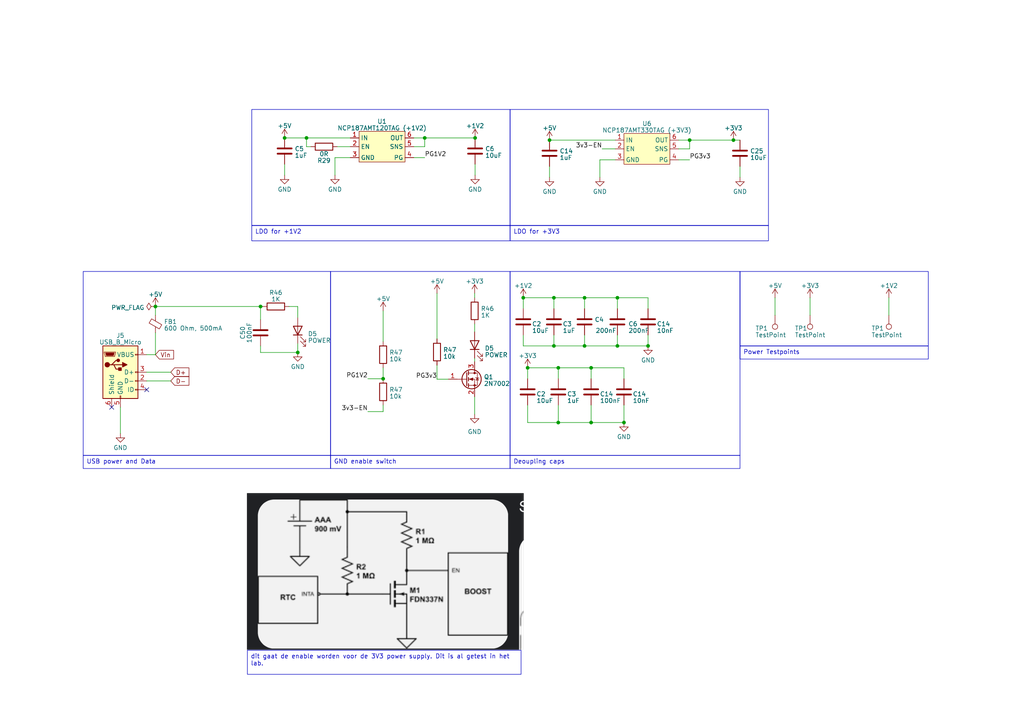
<source format=kicad_sch>
(kicad_sch (version 20230121) (generator eeschema)
  (paper "A4")
  (title_block (title "UFO FPGA") (date "2023-04-25") (rev "V0.5") (company "Universal-Field-Objects"))
  (lib_symbols
    (symbol "Connector:TestPoint" (pin_numbers hide) (pin_names (offset 0.762) hide)
      (property "Reference" "TP" (at 0 6.858 0))
      (property "Value" "TestPoint" (at 0 5.08 0))
      (symbol "TestPoint_0_1"
        (circle (center 0 3.302) (radius 0.762))
      )
      (symbol "TestPoint_1_1"
        (pin passive line (at 0 0 90) (length 2.54) (name "1") (number "1"))
      )
    )
    (symbol "Connector:USB_B_Micro" (pin_names (offset 1.016))
      (property "Reference" "J" (at -5.08 11.43 0))
      (property "Value" "USB_B_Micro" (at -5.08 8.89 0))
      (symbol "USB_B_Micro_0_1"
        (rectangle (start -5.08 -7.62) (end 5.08 7.62) (stroke (width 0.254)) (fill (type background)))
        (circle (center -3.81 2.159) (radius 0.635) (stroke (width 0.254)) (fill (type outline)))
        (circle (center -0.635 3.429) (radius 0.381) (stroke (width 0.254)) (fill (type outline)))
        (rectangle (start -0.127 -7.62) (end 0.127 -6.858))
        (polyline (pts (xy -1.905 2.159) (xy 0.635 2.159)) (stroke (width 0.254)))
        (polyline (pts (xy -3.175 2.159) (xy -2.54 2.159) (xy -1.27 3.429) (xy -0.635 3.429)) (stroke (width 0.254)))
        (polyline (pts (xy -2.54 2.159) (xy -1.905 2.159) (xy -1.27 0.889) (xy 0 0.889)) (stroke (width 0.254)))
        (polyline (pts (xy 0.635 2.794) (xy 0.635 1.524) (xy 1.905 2.159) (xy 0.635 2.794)) (stroke (width 0.254)) (fill (type outline)))
        (polyline (pts (xy -4.318 5.588) (xy -1.778 5.588) (xy -2.032 4.826) (xy -4.064 4.826) (xy -4.318 5.588)) (fill (type outline)))
        (polyline (pts (xy -4.699 5.842) (xy -4.699 5.588) (xy -4.445 4.826) (xy -4.445 4.572) (xy -1.651 4.572) (xy -1.651 4.826) (xy -1.397 5.588) (xy -1.397 5.842) (xy -4.699 5.842)))
        (rectangle (start 0.254 1.27) (end -0.508 0.508) (stroke (width 0.254)) (fill (type outline)))
        (rectangle (start 5.08 -5.207) (end 4.318 -4.953))
        (rectangle (start 5.08 -2.667) (end 4.318 -2.413))
        (rectangle (start 5.08 -0.127) (end 4.318 0.127))
        (rectangle (start 5.08 4.953) (end 4.318 5.207))
      )
      (symbol "USB_B_Micro_1_1"
        (pin power_out line (at 7.62 5.08 180) (length 2.54) (name "VBUS") (number "1"))
        (pin bidirectional line (at 7.62 -2.54 180) (length 2.54) (name "D-") (number "2"))
        (pin bidirectional line (at 7.62 0 180) (length 2.54) (name "D+") (number "3"))
        (pin passive line (at 7.62 -5.08 180) (length 2.54) (name "ID") (number "4"))
        (pin power_out line (at 0 -10.16 90) (length 2.54) (name "GND") (number "5"))
        (pin passive line (at -2.54 -10.16 90) (length 2.54) (name "Shield") (number "6"))
      )
    )
    (symbol "Device:C" (pin_numbers hide) (pin_names (offset 0.254))
      (property "Reference" "C" (at 0.635 2.54 0))
      (property "Value" "C" (at 0.635 -2.54 0))
      (symbol "C_0_1"
        (polyline (pts (xy -2.032 -0.762) (xy 2.032 -0.762)) (stroke (width 0.508)))
        (polyline (pts (xy -2.032 0.762) (xy 2.032 0.762)) (stroke (width 0.508)))
      )
      (symbol "C_1_1"
        (pin passive line (at 0 3.81 270) (length 2.794) (name "~") (number "1"))
        (pin passive line (at 0 -3.81 90) (length 2.794) (name "~") (number "2"))
      )
    )
    (symbol "Device:FerriteBead_Small" (pin_numbers hide) (pin_names (offset 0))
      (property "Reference" "FB" (at 1.905 1.27 0))
      (property "Value" "FerriteBead_Small" (at 1.905 -1.27 0))
      (symbol "FerriteBead_Small_0_1"
        (polyline (pts (xy 0 -1.27) (xy 0 -0.7874)))
        (polyline (pts (xy 0 0.889) (xy 0 1.2954)))
        (polyline (pts (xy -1.8288 0.2794) (xy -1.1176 1.4986) (xy 1.8288 -0.2032) (xy 1.1176 -1.4224) (xy -1.8288 0.2794)))
      )
      (symbol "FerriteBead_Small_1_1"
        (pin passive line (at 0 2.54 270) (length 1.27) (name "~") (number "1"))
        (pin passive line (at 0 -2.54 90) (length 1.27) (name "~") (number "2"))
      )
    )
    (symbol "Device:LED" (pin_numbers hide) (pin_names (offset 1.016) hide)
      (property "Reference" "D" (at 0 2.54 0))
      (property "Value" "LED" (at 0 -2.54 0))
      (symbol "LED_0_1"
        (polyline (pts (xy -1.27 -1.27) (xy -1.27 1.27)) (stroke (width 0.254)))
        (polyline (pts (xy -1.27 0) (xy 1.27 0)))
        (polyline (pts (xy 1.27 -1.27) (xy 1.27 1.27) (xy -1.27 0) (xy 1.27 -1.27)) (stroke (width 0.254)))
        (polyline (pts (xy -3.048 -0.762) (xy -4.572 -2.286) (xy -3.81 -2.286) (xy -4.572 -2.286) (xy -4.572 -1.524)))
        (polyline (pts (xy -1.778 -0.762) (xy -3.302 -2.286) (xy -2.54 -2.286) (xy -3.302 -2.286) (xy -3.302 -1.524)))
      )
      (symbol "LED_1_1"
        (pin passive line (at -3.81 0 0) (length 2.54) (name "K") (number "1"))
        (pin passive line (at 3.81 0 180) (length 2.54) (name "A") (number "2"))
      )
    )
    (symbol "Device:R" (pin_numbers hide) (pin_names (offset 0))
      (property "Reference" "R" (at 2.032 0 90))
      (property "Value" "R" (at 0 0 90))
      (symbol "R_0_1"
        (rectangle (start -1.016 -2.54) (end 1.016 2.54) (stroke (width 0.254)))
      )
      (symbol "R_1_1"
        (pin passive line (at 0 3.81 270) (length 1.27) (name "~") (number "1"))
        (pin passive line (at 0 -3.81 90) (length 1.27) (name "~") (number "2"))
      )
    )
    (symbol "Transistor_FET:2N7002" (pin_names hide)
      (property "Reference" "Q" (at 5.08 1.905 0))
      (property "Value" "2N7002" (at 5.08 0 0))
      (symbol "2N7002_0_1"
        (polyline (pts (xy 0.254 0) (xy -2.54 0)))
        (polyline (pts (xy 0.254 1.905) (xy 0.254 -1.905)) (stroke (width 0.254)))
        (polyline (pts (xy 0.762 -1.27) (xy 0.762 -2.286)) (stroke (width 0.254)))
        (polyline (pts (xy 0.762 0.508) (xy 0.762 -0.508)) (stroke (width 0.254)))
        (polyline (pts (xy 0.762 2.286) (xy 0.762 1.27)) (stroke (width 0.254)))
        (polyline (pts (xy 2.54 2.54) (xy 2.54 1.778)))
        (polyline (pts (xy 2.54 -2.54) (xy 2.54 0) (xy 0.762 0)))
        (polyline (pts (xy 0.762 -1.778) (xy 3.302 -1.778) (xy 3.302 1.778) (xy 0.762 1.778)))
        (polyline (pts (xy 1.016 0) (xy 2.032 0.381) (xy 2.032 -0.381) (xy 1.016 0)) (fill (type outline)))
        (polyline (pts (xy 2.794 0.508) (xy 2.921 0.381) (xy 3.683 0.381) (xy 3.81 0.254)))
        (polyline (pts (xy 3.302 0.381) (xy 2.921 -0.254) (xy 3.683 -0.254) (xy 3.302 0.381)))
        (circle (center 1.651 0) (radius 2.794) (stroke (width 0.254)))
        (circle (center 2.54 -1.778) (radius 0.254) (fill (type outline)))
        (circle (center 2.54 1.778) (radius 0.254) (fill (type outline)))
      )
      (symbol "2N7002_1_1"
        (pin input line (at -5.08 0 0) (length 2.54) (name "G") (number "1"))
        (pin passive line (at 2.54 -5.08 90) (length 2.54) (name "S") (number "2"))
        (pin passive line (at 2.54 5.08 270) (length 2.54) (name "D") (number "3"))
      )
    )
    (symbol "UFO_PARTS:NCP187AMT120TAG (+1V2)"
      (property "Reference" "U" (at 0 0.635 0))
      (property "Value" "NCP187AMT120TAG (+1V2)" (at 0.635 -12.065 0))
      (symbol "NCP187AMT120TAG (+1V2)_0_0"
        (pin power_in line (at -9.525 -3.175 0) (length 2.54) (name "IN") (number "1"))
        (pin output line (at -9.525 -5.715 0) (length 2.54) (name "EN") (number "2"))
        (pin passive line (at -9.525 -8.89 0) (length 2.54) (name "GND") (number "3"))
        (pin output line (at 8.89 -8.89 180) (length 2.54) (name "PG") (number "4"))
        (pin input line (at 8.89 -5.715 180) (length 2.54) (name "SNS") (number "5"))
        (pin power_out line (at 8.89 -3.175 180) (length 2.54) (name "OUT") (number "6"))
      )
      (symbol "NCP187AMT120TAG (+1V2)_1_1"
        (rectangle (start -6.985 -1.27) (end 6.35 -10.16) (fill (type background)))
      )
    )
    (symbol "UFO_PARTS:NCP187AMT330TAG (+3V3)"
      (property "Reference" "U" (at 0 0 0))
      (property "Value" "NCP187AMT330TAG (+3V3)" (at 0 -12.065 0))
      (symbol "NCP187AMT330TAG (+3V3)_0_0"
        (pin power_in line (at -8.89 -3.175 0) (length 2.54) (name "IN") (number "1"))
        (pin output line (at -8.89 -5.715 0) (length 2.54) (name "EN") (number "2"))
        (pin passive line (at -8.89 -8.89 0) (length 2.54) (name "GND") (number "3"))
        (pin output line (at 9.525 -8.89 180) (length 2.54) (name "PG") (number "4"))
        (pin input line (at 9.525 -5.715 180) (length 2.54) (name "SNS") (number "5"))
        (pin power_out line (at 9.525 -3.175 180) (length 2.54) (name "OUT") (number "6"))
      )
      (symbol "NCP187AMT330TAG (+3V3)_1_1"
        (rectangle (start -6.35 -1.27) (end 6.985 -10.16) (fill (type background)))
      )
    )
    (symbol "power:+1V2" (power) (pin_names (offset 0))
      (property "Value" "+1V2" (at 0 3.556 0))
      (symbol "+1V2_0_1"
        (polyline (pts (xy -0.762 1.27) (xy 0 2.54)))
        (polyline (pts (xy 0 0) (xy 0 2.54)))
        (polyline (pts (xy 0 2.54) (xy 0.762 1.27)))
      )
      (symbol "+1V2_1_1"
        (pin power_in line (at 0 0 90) (length 0) hide (name "+1V2") (number "1"))
      )
    )
    (symbol "power:+3V3" (power) (pin_names (offset 0))
      (property "Value" "+3V3" (at 0 3.556 0))
      (symbol "+3V3_0_1"
        (polyline (pts (xy -0.762 1.27) (xy 0 2.54)))
        (polyline (pts (xy 0 0) (xy 0 2.54)))
        (polyline (pts (xy 0 2.54) (xy 0.762 1.27)))
      )
      (symbol "+3V3_1_1"
        (pin power_in line (at 0 0 90) (length 0) hide (name "+3V3") (number "1"))
      )
    )
    (symbol "power:+5V" (power) (pin_names (offset 0))
      (property "Value" "+5V" (at 0 3.556 0))
      (symbol "+5V_0_1"
        (polyline (pts (xy -0.762 1.27) (xy 0 2.54)))
        (polyline (pts (xy 0 0) (xy 0 2.54)))
        (polyline (pts (xy 0 2.54) (xy 0.762 1.27)))
      )
      (symbol "+5V_1_1"
        (pin power_in line (at 0 0 90) (length 0) hide (name "+5V") (number "1"))
      )
    )
    (symbol "power:GND" (power) (pin_names (offset 0))
      (property "Value" "GND" (at 0 -3.81 0))
      (symbol "GND_0_1"
        (polyline (pts (xy 0 0) (xy 0 -1.27) (xy 1.27 -1.27) (xy 0 -2.54) (xy -1.27 -1.27) (xy 0 -1.27)))
      )
      (symbol "GND_1_1"
        (pin power_in line (at 0 0 270) (length 0) hide (name "GND") (number "1"))
      )
    )
    (symbol "power:PWR_FLAG" (power) (pin_numbers hide) (pin_names (offset 0) hide)
      (property "Value" "PWR_FLAG" (at 0 3.81 0))
      (symbol "PWR_FLAG_0_0"
        (pin power_out line (at 0 0 90) (length 0) (name "pwr") (number "1"))
      )
      (symbol "PWR_FLAG_0_1"
        (polyline (pts (xy 0 0) (xy 0 1.27) (xy -1.016 1.905) (xy 0 2.54) (xy 1.016 1.905) (xy 0 1.27)))
      )
    )
  )
  (junction (at 161.925 106.68))
  (junction (at 171.45 106.68))
  (junction (at 169.545 86.36))
  (junction (at 160.655 86.36))
  (junction (at 212.725 40.64))
  (junction (at 159.385 40.64))
  (junction (at 161.925 122.555))
  (junction (at 171.45 122.555))
  (junction (at 200.025 40.64))
  (junction (at 180.975 122.555))
  (junction (at 179.07 100.33))
  (junction (at 45.085 88.9))
  (junction (at 86.36 102.235))
  (junction (at 169.545 100.33))
  (junction (at 187.96 100.33))
  (junction (at 82.55 40.005))
  (junction (at 123.19 40.005))
  (junction (at 179.07 86.36))
  (junction (at 151.765 86.36))
  (junction (at 160.655 100.33))
  (junction (at 137.795 40.005))
  (junction (at 75.565 88.9))
  (junction (at 88.9 40.005))
  (junction (at 111.125 109.855))
  (junction (at 153.035 106.68))
  (no_connect (at 32.385 118.11))
  (no_connect (at 42.545 113.03))
  (wire (pts (xy 178.435 46.355) (xy 173.99 46.355)))
  (wire (pts (xy 45.085 88.9) (xy 75.565 88.9)))
  (wire (pts (xy 159.385 40.64) (xy 178.435 40.64)))
  (wire (pts (xy 151.765 97.155) (xy 151.765 100.33)))
  (wire (pts (xy 75.565 92.71) (xy 75.565 88.9)))
  (wire (pts (xy 160.655 100.33) (xy 169.545 100.33)))
  (wire (pts (xy 101.6 45.72) (xy 97.155 45.72)))
  (wire (pts (xy 169.545 97.155) (xy 169.545 100.33)))
  (wire (pts (xy 151.765 86.36) (xy 151.765 89.535)))
  (wire (pts (xy 75.565 88.9) (xy 76.2 88.9)))
  (wire (pts (xy 151.765 86.36) (xy 160.655 86.36)))
  (wire (pts (xy 42.545 110.49) (xy 49.53 110.49)))
  (wire (pts (xy 153.035 122.555) (xy 161.925 122.555)))
  (wire (pts (xy 88.9 40.005) (xy 101.6 40.005)))
  (wire (pts (xy 174.625 43.18) (xy 178.435 43.18)))
  (wire (pts (xy 179.07 97.155) (xy 179.07 100.33)))
  (wire (pts (xy 179.07 86.36) (xy 179.07 89.535)))
  (wire (pts (xy 86.36 88.9) (xy 86.36 92.075)))
  (wire (pts (xy 196.85 46.355) (xy 200.025 46.355)))
  (wire (pts (xy 153.035 106.68) (xy 161.925 106.68)))
  (wire (pts (xy 137.668 85.09) (xy 137.668 86.36)))
  (wire (pts (xy 179.07 100.33) (xy 187.96 100.33)))
  (wire (pts (xy 180.975 106.68) (xy 180.975 109.855)))
  (wire (pts (xy 171.45 106.68) (xy 180.975 106.68)))
  (wire (pts (xy 88.9 42.545) (xy 88.9 40.005)))
  (wire (pts (xy 224.79 86.36) (xy 224.79 91.44)))
  (wire (pts (xy 257.81 86.36) (xy 257.81 91.44)))
  (wire (pts (xy 153.035 117.475) (xy 153.035 122.555)))
  (wire (pts (xy 180.975 122.555) (xy 180.975 117.475)))
  (wire (pts (xy 169.545 86.36) (xy 169.545 89.535)))
  (wire (pts (xy 111.125 99.06) (xy 111.125 90.17)))
  (wire (pts (xy 161.925 122.555) (xy 171.45 122.555)))
  (wire (pts (xy 82.55 40.005) (xy 88.9 40.005)))
  (wire (pts (xy 120.015 40.005) (xy 123.19 40.005)))
  (wire (pts (xy 123.19 40.005) (xy 137.795 40.005)))
  (wire (pts (xy 160.655 97.155) (xy 160.655 100.33)))
  (wire (pts (xy 45.085 91.44) (xy 45.085 88.9)))
  (wire (pts (xy 200.025 40.64) (xy 212.725 40.64)))
  (wire (pts (xy 137.795 47.625) (xy 137.795 50.8)))
  (wire (pts (xy 111.125 117.475) (xy 111.125 119.38)))
  (wire (pts (xy 75.565 100.33) (xy 75.565 102.235)))
  (wire (pts (xy 151.765 100.33) (xy 160.655 100.33)))
  (wire (pts (xy 187.96 100.33) (xy 187.96 97.155)))
  (wire (pts (xy 212.725 40.64) (xy 214.63 40.64)))
  (wire (pts (xy 160.655 86.36) (xy 169.545 86.36)))
  (wire (pts (xy 126.746 105.918) (xy 126.746 109.982)))
  (wire (pts (xy 106.68 109.855) (xy 111.125 109.855)))
  (wire (pts (xy 120.015 45.72) (xy 123.19 45.72)))
  (wire (pts (xy 160.655 86.36) (xy 160.655 89.535)))
  (wire (pts (xy 196.85 40.64) (xy 200.025 40.64)))
  (wire (pts (xy 82.55 47.625) (xy 82.55 50.8)))
  (wire (pts (xy 171.45 117.475) (xy 171.45 122.555)))
  (wire (pts (xy 161.925 106.68) (xy 161.925 109.855)))
  (wire (pts (xy 137.668 115.062) (xy 137.668 120.142)))
  (wire (pts (xy 234.95 86.36) (xy 234.95 91.44)))
  (wire (pts (xy 75.565 102.235) (xy 86.36 102.235)))
  (wire (pts (xy 196.85 43.18) (xy 200.025 43.18)))
  (wire (pts (xy 126.746 109.982) (xy 130.048 109.982)))
  (wire (pts (xy 126.746 85.09) (xy 126.746 98.298)))
  (wire (pts (xy 34.925 118.11) (xy 34.925 125.73)))
  (wire (pts (xy 42.545 102.87) (xy 45.085 102.87)))
  (wire (pts (xy 86.36 99.695) (xy 86.36 102.235)))
  (wire (pts (xy 42.545 107.95) (xy 49.53 107.95)))
  (wire (pts (xy 120.015 42.545) (xy 123.19 42.545)))
  (wire (pts (xy 169.545 86.36) (xy 179.07 86.36)))
  (wire (pts (xy 83.82 88.9) (xy 86.36 88.9)))
  (wire (pts (xy 137.668 93.98) (xy 137.668 96.266)))
  (wire (pts (xy 214.63 48.26) (xy 214.63 51.435)))
  (wire (pts (xy 173.99 46.355) (xy 173.99 51.435)))
  (wire (pts (xy 111.125 109.855) (xy 111.125 106.68)))
  (wire (pts (xy 90.17 42.545) (xy 88.9 42.545)))
  (wire (pts (xy 171.45 122.555) (xy 180.975 122.555)))
  (wire (pts (xy 153.035 109.855) (xy 153.035 106.68)))
  (wire (pts (xy 97.155 45.72) (xy 97.155 50.8)))
  (wire (pts (xy 169.545 100.33) (xy 179.07 100.33)))
  (wire (pts (xy 161.925 117.475) (xy 161.925 122.555)))
  (wire (pts (xy 137.668 103.886) (xy 137.668 104.902)))
  (wire (pts (xy 159.385 48.26) (xy 159.385 51.435)))
  (wire (pts (xy 123.19 42.545) (xy 123.19 40.005)))
  (wire (pts (xy 179.07 86.36) (xy 187.96 86.36)))
  (wire (pts (xy 171.45 106.68) (xy 171.45 109.855)))
  (wire (pts (xy 111.125 119.38) (xy 106.68 119.38)))
  (wire (pts (xy 161.925 106.68) (xy 171.45 106.68)))
  (wire (pts (xy 97.79 42.545) (xy 101.6 42.545)))
  (wire (pts (xy 200.025 43.18) (xy 200.025 40.64)))
  (wire (pts (xy 187.96 86.36) (xy 187.96 89.535)))
  (wire (pts (xy 45.085 96.52) (xy 45.085 102.87)))
  (rectangle (start 147.955 31.75) (end 222.885 65.405))
  (rectangle (start 147.955 78.74) (end 214.63 132.08))
  (rectangle (start 24.13 78.74) (end 95.885 132.08))
  (rectangle (start 95.885 78.74) (end 147.955 132.08))
  (rectangle (start 214.63 78.74) (end 269.24 100.33))
  (rectangle (start 73.025 31.75) (end 147.955 65.405))
  (image (at 111.76 165.735) (scale 0.81043))
  (text_box "LDO for +3V3" (at 147.955 65.405 0) (size 74.93 4.445) (effects (font (size 1.27 1.27)) (justify left top)))
  (text_box "Deoupling caps" (at 147.955 132.08 0) (size 66.675 3.81) (effects (font (size 1.27 1.27)) (justify left top)))
  (text_box "USB power and Data" (at 24.13 132.08 0) (size 71.755 3.81) (effects (font (size 1.27 1.27)) (justify left top)))
  (text_box "LDO for +1V2 " (at 73.025 65.405 0) (size 74.93 4.445) (effects (font (size 1.27 1.27)) (justify left top)))
  (text_box "dit gaat de enable worden voor de 3V3 power supply. Dit is al getest in het lab." (at 71.755 188.595 0) (size 79.375 6.985) (effects (font (size 1.27 1.27)) (justify left top)))
  (text_box "GND enable switch" (at 95.885 132.08 0) (size 52.07 3.81) (effects (font (size 1.27 1.27)) (justify left top)))
  (text_box "Power Testpoints" (at 214.63 100.33 0) (size 54.61 3.81) (effects (font (size 1.27 1.27)) (justify left top)))
  (label "PG1V2" (at 123.19 45.72 0))
  (label "3v3-EN" (at 174.625 43.18 180))
  (label "PG3v3" (at 200.025 46.355 0))
  (label "PG1V2" (at 106.68 109.855 180))
  (label "PG3v3" (at 126.746 109.982 180))
  (label "3v3-EN" (at 106.68 119.38 180))
  (global_label "D+" (shape input) (at 49.53 107.95 0) (property "Intersheetrefs" "${INTERSHEET_REFS}" (effects hide)))
  (global_label "Vin" (shape input) (at 45.085 102.87 0) (property "Intersheetrefs" "${INTERSHEET_REFS}" (effects hide)))
  (global_label "D-" (shape input) (at 49.53 110.49 0) (property "Intersheetrefs" "${INTERSHEET_REFS}" (effects hide)))
  (symbol (lib_id "Transistor_FET:2N7002") (at 135.128 109.982 0) (unit 1)
    (property "Reference" "Q1" (at 140.335 109.3383 0) (effects (justify left)))
    (property "Value" "2N7002" (at 140.335 111.2593 0) (effects (justify left)))
    (property "Footprint" "Package_TO_SOT_SMD:SOT-23" (effects hide))
    (property "Datasheet" "https://www.onsemi.com/pub/Collateral/NDS7002A-D.PDF" (effects hide))
  )
  (symbol (lib_id "power:+5V") (at 82.55 40.005 0) (unit 1)
    (property "Reference" "#PWR032" (effects hide))
    (property "Value" "+5V" (at 82.55 36.5031 0))
  )
  (symbol (lib_id "power:+1V2") (at 257.81 86.36 0) (unit 1)
    (property "Reference" "#PWR032" (effects hide))
    (property "Value" "+1V2" (at 257.81 82.8581 0))
  )
  (symbol (lib_id "power:GND") (at 159.385 51.435 0) (unit 1)
    (property "Reference" "#PWR041" (effects hide))
    (property "Value" "GND" (at 159.385 55.5705 0))
  )
  (symbol (lib_id "Device:LED") (at 137.668 100.076 90) (unit 1)
    (property "Reference" "D5" (at 140.589 101.0198 90) (effects (justify right)))
    (property "Value" "POWER" (at 140.589 102.9408 90) (effects (justify right)))
    (property "Footprint" "LED_SMD:LED_0805_2012Metric_Pad1.15x1.40mm_HandSolder" (effects hide))
  )
  (symbol (lib_id "Device:C") (at 179.07 93.345 0) (unit 1)
    (property "Reference" "C6" (at 182.245 93.964 0) (effects (justify left)))
    (property "Value" "200nF" (at 182.245 95.885 0) (effects (justify left)))
    (property "Footprint" "Capacitor_SMD:C_0805_2012Metric_Pad1.18x1.45mm_HandSolder" (effects hide))
  )
  (symbol (lib_id "Device:C") (at 137.795 43.815 0) (unit 1)
    (property "Reference" "C6" (at 140.716 43.1713 0) (effects (justify left)))
    (property "Value" "10uF" (at 140.716 45.0923 0) (effects (justify left)))
    (property "Footprint" "Capacitor_SMD:C_0805_2012Metric_Pad1.18x1.45mm_HandSolder" (effects hide))
  )
  (symbol (lib_id "UFO_PARTS:NCP187AMT330TAG (+3V3)") (at 187.325 37.465 0) (unit 1)
    (property "Reference" "U6" (at 187.6425 35.8521 0))
    (property "Value" "NCP187AMT330TAG (+3V3)" (at 187.6425 37.7731 0))
    (property "Footprint" "Package_DFN_QFN:DFN-6-1EP_2x2mm_P0.65mm_EP1x1.6mm" (effects hide))
  )
  (symbol (lib_id "power:GND") (at 34.925 125.73 0) (unit 1)
    (property "Reference" "#PWR063" (effects hide))
    (property "Value" "GND" (at 34.925 129.8655 0))
  )
  (symbol (lib_id "power:+5V") (at 111.125 90.17 0) (unit 1)
    (property "Reference" "#PWR070" (effects hide))
    (property "Value" "+5V" (at 111.125 86.6681 0))
  )
  (symbol (lib_id "Device:C") (at 159.385 44.45 0) (unit 1)
    (property "Reference" "C14" (at 162.306 43.8063 0) (effects (justify left)))
    (property "Value" "1uF" (at 162.306 45.7273 0) (effects (justify left)))
    (property "Footprint" "Capacitor_SMD:C_0805_2012Metric_Pad1.18x1.45mm_HandSolder" (effects hide))
  )
  (symbol (lib_id "power:+3V3") (at 212.725 40.64 0) (unit 1)
    (property "Reference" "#PWR048" (effects hide))
    (property "Value" "+3V3" (at 212.725 37.1381 0))
  )
  (symbol (lib_id "Connector:TestPoint") (at 234.95 91.44 180) (unit 1)
    (property "Reference" "TP1" (at 230.505 95.234 0) (effects (justify right)))
    (property "Value" "TestPoint" (at 230.505 97.155 0) (effects (justify right)))
    (property "Footprint" "TestPoint:TestPoint_Pad_1.0x1.0mm" (effects hide))
  )
  (symbol (lib_id "power:+5V") (at 126.746 85.09 0) (unit 1)
    (property "Reference" "#PWR070" (effects hide))
    (property "Value" "+5V" (at 126.746 81.5881 0))
  )
  (symbol (lib_id "Device:R") (at 111.125 113.665 180) (unit 1)
    (property "Reference" "R47" (at 112.903 113.0213 0) (effects (justify right)))
    (property "Value" "10k" (at 112.903 114.9423 0) (effects (justify right)))
    (property "Footprint" "Resistor_SMD:R_0805_2012Metric_Pad1.20x1.40mm_HandSolder" (effects hide))
  )
  (symbol (lib_id "power:+3V3") (at 137.668 85.09 0) (unit 1)
    (property "Reference" "#PWR054" (effects hide))
    (property "Value" "+3V3" (at 137.668 81.5881 0))
  )
  (symbol (lib_id "power:GND") (at 137.668 120.142 0) (mirror y) (unit 1)
    (property "Reference" "#PWR069" (effects hide))
    (property "Value" "GND" (at 137.668 125.222 0))
  )
  (symbol (lib_id "Connector:TestPoint") (at 257.81 91.44 180) (unit 1)
    (property "Reference" "TP1" (at 252.73 95.234 0) (effects (justify right)))
    (property "Value" "TestPoint" (at 252.73 97.155 0) (effects (justify right)))
    (property "Footprint" "TestPoint:TestPoint_Pad_1.0x1.0mm" (effects hide))
  )
  (symbol (lib_id "Device:FerriteBead_Small") (at 45.085 93.98 0) (unit 1)
    (property "Reference" "FB1" (at 47.5488 93.2982 0) (effects (justify left)))
    (property "Value" "600 Ohm, 500mA" (at 47.5488 95.2192 0) (effects (justify left)))
    (property "Footprint" "Inductor_SMD:L_1206_3216Metric_Pad1.22x1.90mm_HandSolder" (effects hide))
  )
  (symbol (lib_id "power:GND") (at 82.55 50.8 0) (unit 1)
    (property "Reference" "#PWR034" (effects hide))
    (property "Value" "GND" (at 82.55 54.9355 0))
  )
  (symbol (lib_id "Device:C") (at 151.765 93.345 0) (unit 1)
    (property "Reference" "C2" (at 154.305 93.964 0) (effects (justify left)))
    (property "Value" "10uF" (at 154.305 95.885 0) (effects (justify left)))
    (property "Footprint" "Capacitor_SMD:C_0805_2012Metric_Pad1.18x1.45mm_HandSolder" (effects hide))
  )
  (symbol (lib_id "Device:C") (at 180.975 113.665 0) (unit 1)
    (property "Reference" "C14" (at 183.515 114.284 0) (effects (justify left)))
    (property "Value" "10nF" (at 183.515 116.205 0) (effects (justify left)))
    (property "Footprint" "Capacitor_SMD:C_0603_1608Metric_Pad1.08x0.95mm_HandSolder" (effects hide))
  )
  (symbol (lib_id "power:+3V3") (at 234.95 86.36 0) (unit 1)
    (property "Reference" "#PWR033" (effects hide))
    (property "Value" "+3V3" (at 234.95 82.8581 0))
  )
  (symbol (lib_id "Device:C") (at 153.035 113.665 0) (unit 1)
    (property "Reference" "C2" (at 155.575 114.284 0) (effects (justify left)))
    (property "Value" "10uF" (at 155.575 116.205 0) (effects (justify left)))
    (property "Footprint" "Capacitor_SMD:C_0805_2012Metric_Pad1.18x1.45mm_HandSolder" (effects hide))
  )
  (symbol (lib_id "power:+3V3") (at 153.035 106.68 0) (unit 1)
    (property "Reference" "#PWR047" (effects hide))
    (property "Value" "+3V3" (at 153.035 103.1781 0))
  )
  (symbol (lib_id "Device:C") (at 82.55 43.815 0) (unit 1)
    (property "Reference" "C5" (at 85.471 43.1713 0) (effects (justify left)))
    (property "Value" "1uF" (at 85.471 45.0923 0) (effects (justify left)))
    (property "Footprint" "Capacitor_SMD:C_0805_2012Metric_Pad1.18x1.45mm_HandSolder" (effects hide))
  )
  (symbol (lib_id "Connector:USB_B_Micro") (at 34.925 107.95 0) (unit 1)
    (property "Reference" "J5" (at 34.925 97.3201 0))
    (property "Value" "USB_B_Micro" (at 34.925 99.2411 0))
    (property "Footprint" "Connector_USB:USB_Micro-B_GCT_USB3076-30-A" (effects hide))
  )
  (symbol (lib_id "Device:C") (at 75.565 96.52 0) (mirror y) (unit 1)
    (property "Reference" "C50" (at 70.3961 96.52 90))
    (property "Value" "100nF" (at 72.3171 96.52 90))
    (property "Footprint" "Capacitor_SMD:C_0603_1608Metric_Pad1.08x0.95mm_HandSolder" (effects hide))
  )
  (symbol (lib_id "power:GND") (at 187.96 100.33 0) (unit 1)
    (property "Reference" "#PWR05" (effects hide))
    (property "Value" "GND" (at 187.96 104.4655 0))
  )
  (symbol (lib_id "Device:R") (at 111.125 102.87 180) (unit 1)
    (property "Reference" "R47" (at 112.903 102.2263 0) (effects (justify right)))
    (property "Value" "10k" (at 112.903 104.1473 0) (effects (justify right)))
    (property "Footprint" "Resistor_SMD:R_0805_2012Metric_Pad1.20x1.40mm_HandSolder" (effects hide))
  )
  (symbol (lib_id "Device:R") (at 80.01 88.9 90) (unit 1)
    (property "Reference" "R46" (at 80.01 84.8741 90))
    (property "Value" "1K" (at 80.01 86.7951 90))
    (property "Footprint" "Resistor_SMD:R_0805_2012Metric_Pad1.20x1.40mm_HandSolder" (effects hide))
  )
  (symbol (lib_id "power:GND") (at 214.63 51.435 0) (unit 1)
    (property "Reference" "#PWR044" (effects hide))
    (property "Value" "GND" (at 214.63 55.5705 0))
  )
  (symbol (lib_id "Connector:TestPoint") (at 224.79 91.44 180) (unit 1)
    (property "Reference" "TP1" (at 219.075 95.234 0) (effects (justify right)))
    (property "Value" "TestPoint" (at 219.075 97.155 0) (effects (justify right)))
    (property "Footprint" "TestPoint:TestPoint_Pad_1.0x1.0mm" (effects hide))
  )
  (symbol (lib_id "power:PWR_FLAG") (at 45.085 88.9 90) (unit 1)
    (property "Reference" "#FLG04" (effects hide))
    (property "Value" "PWR_FLAG" (at 41.9101 89.2168 90) (effects (justify left)))
  )
  (symbol (lib_id "Device:LED") (at 86.36 95.885 90) (unit 1)
    (property "Reference" "D5" (at 89.281 96.8288 90) (effects (justify right)))
    (property "Value" "POWER" (at 89.281 98.7498 90) (effects (justify right)))
    (property "Footprint" "LED_SMD:LED_0805_2012Metric_Pad1.15x1.40mm_HandSolder" (effects hide))
  )
  (symbol (lib_id "power:GND") (at 180.975 122.555 0) (unit 1)
    (property "Reference" "#PWR05" (effects hide))
    (property "Value" "GND" (at 180.975 126.6905 0))
  )
  (symbol (lib_id "Device:C") (at 169.545 93.345 0) (unit 1)
    (property "Reference" "C4" (at 172.466 92.7013 0) (effects (justify left)))
    (property "Value" "200nF" (at 172.72 95.885 0) (effects (justify left)))
    (property "Footprint" "Capacitor_SMD:C_0805_2012Metric_Pad1.18x1.45mm_HandSolder" (effects hide))
  )
  (symbol (lib_id "power:+1V2") (at 137.795 40.005 0) (unit 1)
    (property "Reference" "#PWR049" (effects hide))
    (property "Value" "+1V2" (at 137.795 36.5031 0))
  )
  (symbol (lib_id "Device:C") (at 187.96 93.345 0) (unit 1)
    (property "Reference" "C14" (at 190.5 93.964 0) (effects (justify left)))
    (property "Value" "10nF" (at 190.5 95.885 0) (effects (justify left)))
    (property "Footprint" "Capacitor_SMD:C_0805_2012Metric_Pad1.18x1.45mm_HandSolder" (effects hide))
  )
  (symbol (lib_id "Device:R") (at 93.98 42.545 270) (mirror x) (unit 1)
    (property "Reference" "R29" (at 93.98 46.5709 90))
    (property "Value" "0R" (at 93.98 44.6499 90))
    (property "Footprint" "Resistor_SMD:R_0805_2012Metric_Pad1.20x1.40mm_HandSolder" (effects hide))
  )
  (symbol (lib_id "Device:C") (at 171.45 113.665 0) (unit 1)
    (property "Reference" "C14" (at 173.99 114.284 0) (effects (justify left)))
    (property "Value" "100nF" (at 173.99 116.205 0) (effects (justify left)))
    (property "Footprint" "Capacitor_SMD:C_0603_1608Metric_Pad1.08x0.95mm_HandSolder" (effects hide))
  )
  (symbol (lib_id "power:GND") (at 173.99 51.435 0) (unit 1)
    (property "Reference" "#PWR043" (effects hide))
    (property "Value" "GND" (at 173.99 55.5705 0))
  )
  (symbol (lib_id "power:+5V") (at 159.385 40.64 0) (unit 1)
    (property "Reference" "#PWR038" (effects hide))
    (property "Value" "+5V" (at 159.385 37.1381 0))
  )
  (symbol (lib_id "Device:R") (at 137.668 90.17 0) (unit 1)
    (property "Reference" "R46" (at 139.446 89.5263 0) (effects (justify left)))
    (property "Value" "1K" (at 139.446 91.4473 0) (effects (justify left)))
    (property "Footprint" "Resistor_SMD:R_0805_2012Metric_Pad1.20x1.40mm_HandSolder" (effects hide))
  )
  (symbol (lib_id "Device:R") (at 126.746 102.108 180) (unit 1)
    (property "Reference" "R47" (at 128.524 101.4643 0) (effects (justify right)))
    (property "Value" "10k" (at 128.524 103.3853 0) (effects (justify right)))
    (property "Footprint" "Resistor_SMD:R_0805_2012Metric_Pad1.20x1.40mm_HandSolder" (effects hide))
  )
  (symbol (lib_id "power:GND") (at 97.155 50.8 0) (unit 1)
    (property "Reference" "#PWR036" (effects hide))
    (property "Value" "GND" (at 97.155 54.9355 0))
  )
  (symbol (lib_id "power:+5V") (at 45.085 88.9 0) (unit 1)
    (property "Reference" "#PWR064" (effects hide))
    (property "Value" "+5V" (at 45.085 85.3981 0))
  )
  (symbol (lib_id "power:+5V") (at 224.79 86.36 0) (unit 1)
    (property "Reference" "#PWR055" (effects hide))
    (property "Value" "+5V" (at 224.79 82.8581 0))
  )
  (symbol (lib_id "Device:C") (at 160.655 93.345 0) (unit 1)
    (property "Reference" "C3" (at 163.195 93.964 0) (effects (justify left)))
    (property "Value" "1uF" (at 163.195 95.885 0) (effects (justify left)))
    (property "Footprint" "Capacitor_SMD:C_0603_1608Metric_Pad1.08x0.95mm_HandSolder" (effects hide))
  )
  (symbol (lib_id "UFO_PARTS:NCP187AMT120TAG (+1V2)") (at 111.125 36.83 0) (unit 1)
    (property "Reference" "U1" (at 110.8075 35.2171 0))
    (property "Value" "NCP187AMT120TAG (+1V2)" (at 110.8075 37.1381 0))
    (property "Footprint" "Package_DFN_QFN:DFN-6-1EP_2x2mm_P0.65mm_EP1x1.6mm" (effects hide))
  )
  (symbol (lib_id "Device:C") (at 214.63 44.45 0) (unit 1)
    (property "Reference" "C25" (at 217.551 43.8063 0) (effects (justify left)))
    (property "Value" "10uF" (at 217.551 45.7273 0) (effects (justify left)))
    (property "Footprint" "Capacitor_SMD:C_0805_2012Metric_Pad1.18x1.45mm_HandSolder" (effects hide))
  )
  (symbol (lib_id "power:+1V2") (at 151.765 86.36 0) (unit 1)
    (property "Reference" "#PWR058" (effects hide))
    (property "Value" "+1V2" (at 151.765 82.8581 0))
  )
  (symbol (lib_id "power:GND") (at 137.795 50.8 0) (unit 1)
    (property "Reference" "#PWR037" (effects hide))
    (property "Value" "GND" (at 137.795 54.9355 0))
  )
  (symbol (lib_id "Device:C") (at 161.925 113.665 0) (unit 1)
    (property "Reference" "C3" (at 164.465 114.284 0) (effects (justify left)))
    (property "Value" "1uF" (at 164.465 116.205 0) (effects (justify left)))
    (property "Footprint" "Capacitor_SMD:C_0603_1608Metric_Pad1.08x0.95mm_HandSolder" (effects hide))
  )
  (symbol (lib_id "power:GND") (at 86.36 102.235 0) (unit 1)
    (property "Reference" "#PWR065" (effects hide))
    (property "Value" "GND" (at 86.36 106.3705 0))
  )
)
</source>
